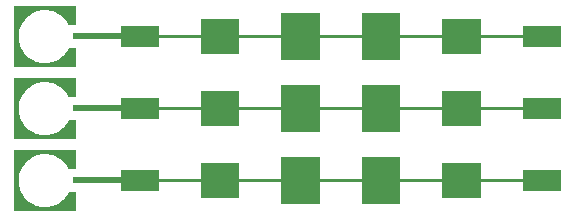
<source format=gbr>
G04 #@! TF.GenerationSoftware,KiCad,Pcbnew,(5.1.5)-3*
G04 #@! TF.CreationDate,2020-02-17T19:45:54-07:00*
G04 #@! TF.ProjectId,antenna,616e7465-6e6e-4612-9e6b-696361645f70,A*
G04 #@! TF.SameCoordinates,Original*
G04 #@! TF.FileFunction,Copper,L1,Top*
G04 #@! TF.FilePolarity,Positive*
%FSLAX46Y46*%
G04 Gerber Fmt 4.6, Leading zero omitted, Abs format (unit mm)*
G04 Created by KiCad (PCBNEW (5.1.5)-3) date 2020-02-17 19:45:54*
%MOMM*%
%LPD*%
G04 APERTURE LIST*
%ADD10C,0.100000*%
%ADD11C,0.600000*%
%ADD12R,2.000000X0.533400*%
G04 APERTURE END LIST*
G04 #@! TA.AperFunction,SMDPad,CuDef*
D10*
G36*
X121997208Y-110635160D02*
G01*
X121996270Y-110634875D01*
X121995405Y-110634413D01*
X121994647Y-110633792D01*
X121994026Y-110633034D01*
X121993564Y-110632169D01*
X121993279Y-110631231D01*
X121993183Y-110630256D01*
X121993183Y-105432303D01*
X121993279Y-105431328D01*
X121993564Y-105430390D01*
X121994026Y-105429525D01*
X121994647Y-105428767D01*
X121995405Y-105428146D01*
X121996270Y-105427684D01*
X121997208Y-105427399D01*
X121998183Y-105427303D01*
X127196136Y-105427303D01*
X127197111Y-105427399D01*
X127198049Y-105427684D01*
X127198914Y-105428146D01*
X127199672Y-105428767D01*
X127200293Y-105429525D01*
X127200755Y-105430390D01*
X127201040Y-105431328D01*
X127201136Y-105432303D01*
X127201136Y-107031673D01*
X127201040Y-107032648D01*
X127200755Y-107033586D01*
X127200293Y-107034451D01*
X127199672Y-107035209D01*
X127198914Y-107035830D01*
X127198049Y-107036292D01*
X127197111Y-107036577D01*
X127196136Y-107036673D01*
X126608176Y-107036673D01*
X126607201Y-107036577D01*
X126606263Y-107036292D01*
X126605398Y-107035830D01*
X126604640Y-107035209D01*
X126603789Y-107034072D01*
X126561483Y-106956704D01*
X126454679Y-106781519D01*
X126332061Y-106616744D01*
X126195059Y-106463643D01*
X126045169Y-106323581D01*
X125883898Y-106197936D01*
X125712724Y-106088056D01*
X125533106Y-105995287D01*
X125484926Y-105974023D01*
X125283748Y-105898761D01*
X125079702Y-105842902D01*
X124873640Y-105806460D01*
X124666521Y-105789483D01*
X124459226Y-105792008D01*
X124252715Y-105814082D01*
X124047868Y-105855758D01*
X123902764Y-105897666D01*
X123712184Y-105968205D01*
X123535086Y-106051900D01*
X123368988Y-106150265D01*
X123211405Y-106264829D01*
X123059795Y-106397178D01*
X123006074Y-106449612D01*
X122864547Y-106604119D01*
X122740734Y-106766139D01*
X122634034Y-106936782D01*
X122543867Y-107117162D01*
X122469681Y-107308354D01*
X122410904Y-107511496D01*
X122377543Y-107667297D01*
X122370361Y-107718296D01*
X122364352Y-107784830D01*
X122359649Y-107862296D01*
X122356373Y-107946055D01*
X122354638Y-108031618D01*
X122354557Y-108114353D01*
X122356246Y-108189739D01*
X122359812Y-108253144D01*
X122362231Y-108278074D01*
X122396057Y-108485346D01*
X122448172Y-108686464D01*
X122517802Y-108880445D01*
X122604159Y-109066223D01*
X122706452Y-109242728D01*
X122823893Y-109408896D01*
X122955702Y-109563675D01*
X123101082Y-109705989D01*
X123259236Y-109834771D01*
X123429401Y-109948974D01*
X123610815Y-110047548D01*
X123704455Y-110090191D01*
X123869383Y-110154422D01*
X124029669Y-110203422D01*
X124190254Y-110238201D01*
X124356119Y-110259770D01*
X124532303Y-110269127D01*
X124592154Y-110269701D01*
X124696278Y-110268541D01*
X124786509Y-110264627D01*
X124868993Y-110257307D01*
X124949870Y-110245922D01*
X125035235Y-110229811D01*
X125105761Y-110214252D01*
X125237584Y-110178074D01*
X125376632Y-110129526D01*
X125516927Y-110071165D01*
X125652368Y-110005605D01*
X125777015Y-109935385D01*
X125818871Y-109908946D01*
X125983684Y-109789654D01*
X126138487Y-109654267D01*
X126281302Y-109504936D01*
X126410151Y-109343801D01*
X126523041Y-109173005D01*
X126561387Y-109105925D01*
X126603790Y-109028485D01*
X126604343Y-109027675D01*
X126605043Y-109026989D01*
X126605864Y-109026453D01*
X126606773Y-109026087D01*
X126608176Y-109025886D01*
X127196136Y-109025886D01*
X127197111Y-109025982D01*
X127198049Y-109026267D01*
X127198914Y-109026729D01*
X127199672Y-109027350D01*
X127200293Y-109028108D01*
X127200755Y-109028973D01*
X127201040Y-109029911D01*
X127201136Y-109030886D01*
X127201136Y-110630256D01*
X127201040Y-110631231D01*
X127200755Y-110632169D01*
X127200293Y-110633034D01*
X127199672Y-110633792D01*
X127198914Y-110634413D01*
X127198049Y-110634875D01*
X127197111Y-110635160D01*
X127196136Y-110635256D01*
X121998183Y-110635256D01*
X121997208Y-110635160D01*
G37*
G04 #@! TD.AperFunction*
D11*
X126897160Y-106731280D03*
X125677160Y-105731280D03*
X123507160Y-105731280D03*
X122297160Y-106931280D03*
X122297160Y-109131280D03*
X123477160Y-110321280D03*
X125727160Y-110321280D03*
X126897160Y-109331280D03*
D12*
X127997160Y-108031280D03*
G04 #@! TA.AperFunction,SMDPad,CuDef*
D10*
G36*
X121997208Y-104539160D02*
G01*
X121996270Y-104538875D01*
X121995405Y-104538413D01*
X121994647Y-104537792D01*
X121994026Y-104537034D01*
X121993564Y-104536169D01*
X121993279Y-104535231D01*
X121993183Y-104534256D01*
X121993183Y-99336303D01*
X121993279Y-99335328D01*
X121993564Y-99334390D01*
X121994026Y-99333525D01*
X121994647Y-99332767D01*
X121995405Y-99332146D01*
X121996270Y-99331684D01*
X121997208Y-99331399D01*
X121998183Y-99331303D01*
X127196136Y-99331303D01*
X127197111Y-99331399D01*
X127198049Y-99331684D01*
X127198914Y-99332146D01*
X127199672Y-99332767D01*
X127200293Y-99333525D01*
X127200755Y-99334390D01*
X127201040Y-99335328D01*
X127201136Y-99336303D01*
X127201136Y-100935673D01*
X127201040Y-100936648D01*
X127200755Y-100937586D01*
X127200293Y-100938451D01*
X127199672Y-100939209D01*
X127198914Y-100939830D01*
X127198049Y-100940292D01*
X127197111Y-100940577D01*
X127196136Y-100940673D01*
X126608176Y-100940673D01*
X126607201Y-100940577D01*
X126606263Y-100940292D01*
X126605398Y-100939830D01*
X126604640Y-100939209D01*
X126603789Y-100938072D01*
X126561483Y-100860704D01*
X126454679Y-100685519D01*
X126332061Y-100520744D01*
X126195059Y-100367643D01*
X126045169Y-100227581D01*
X125883898Y-100101936D01*
X125712724Y-99992056D01*
X125533106Y-99899287D01*
X125484926Y-99878023D01*
X125283748Y-99802761D01*
X125079702Y-99746902D01*
X124873640Y-99710460D01*
X124666521Y-99693483D01*
X124459226Y-99696008D01*
X124252715Y-99718082D01*
X124047868Y-99759758D01*
X123902764Y-99801666D01*
X123712184Y-99872205D01*
X123535086Y-99955900D01*
X123368988Y-100054265D01*
X123211405Y-100168829D01*
X123059795Y-100301178D01*
X123006074Y-100353612D01*
X122864547Y-100508119D01*
X122740734Y-100670139D01*
X122634034Y-100840782D01*
X122543867Y-101021162D01*
X122469681Y-101212354D01*
X122410904Y-101415496D01*
X122377543Y-101571297D01*
X122370361Y-101622296D01*
X122364352Y-101688830D01*
X122359649Y-101766296D01*
X122356373Y-101850055D01*
X122354638Y-101935618D01*
X122354557Y-102018353D01*
X122356246Y-102093739D01*
X122359812Y-102157144D01*
X122362231Y-102182074D01*
X122396057Y-102389346D01*
X122448172Y-102590464D01*
X122517802Y-102784445D01*
X122604159Y-102970223D01*
X122706452Y-103146728D01*
X122823893Y-103312896D01*
X122955702Y-103467675D01*
X123101082Y-103609989D01*
X123259236Y-103738771D01*
X123429401Y-103852974D01*
X123610815Y-103951548D01*
X123704455Y-103994191D01*
X123869383Y-104058422D01*
X124029669Y-104107422D01*
X124190254Y-104142201D01*
X124356119Y-104163770D01*
X124532303Y-104173127D01*
X124592154Y-104173701D01*
X124696278Y-104172541D01*
X124786509Y-104168627D01*
X124868993Y-104161307D01*
X124949870Y-104149922D01*
X125035235Y-104133811D01*
X125105761Y-104118252D01*
X125237584Y-104082074D01*
X125376632Y-104033526D01*
X125516927Y-103975165D01*
X125652368Y-103909605D01*
X125777015Y-103839385D01*
X125818871Y-103812946D01*
X125983684Y-103693654D01*
X126138487Y-103558267D01*
X126281302Y-103408936D01*
X126410151Y-103247801D01*
X126523041Y-103077005D01*
X126561387Y-103009925D01*
X126603790Y-102932485D01*
X126604343Y-102931675D01*
X126605043Y-102930989D01*
X126605864Y-102930453D01*
X126606773Y-102930087D01*
X126608176Y-102929886D01*
X127196136Y-102929886D01*
X127197111Y-102929982D01*
X127198049Y-102930267D01*
X127198914Y-102930729D01*
X127199672Y-102931350D01*
X127200293Y-102932108D01*
X127200755Y-102932973D01*
X127201040Y-102933911D01*
X127201136Y-102934886D01*
X127201136Y-104534256D01*
X127201040Y-104535231D01*
X127200755Y-104536169D01*
X127200293Y-104537034D01*
X127199672Y-104537792D01*
X127198914Y-104538413D01*
X127198049Y-104538875D01*
X127197111Y-104539160D01*
X127196136Y-104539256D01*
X121998183Y-104539256D01*
X121997208Y-104539160D01*
G37*
G04 #@! TD.AperFunction*
D11*
X126897160Y-100635280D03*
X125677160Y-99635280D03*
X123507160Y-99635280D03*
X122297160Y-100835280D03*
X122297160Y-103035280D03*
X123477160Y-104225280D03*
X125727160Y-104225280D03*
X126897160Y-103235280D03*
D12*
X127997160Y-101935280D03*
G04 #@! TA.AperFunction,SMDPad,CuDef*
D10*
G36*
X121997208Y-98443160D02*
G01*
X121996270Y-98442875D01*
X121995405Y-98442413D01*
X121994647Y-98441792D01*
X121994026Y-98441034D01*
X121993564Y-98440169D01*
X121993279Y-98439231D01*
X121993183Y-98438256D01*
X121993183Y-93240303D01*
X121993279Y-93239328D01*
X121993564Y-93238390D01*
X121994026Y-93237525D01*
X121994647Y-93236767D01*
X121995405Y-93236146D01*
X121996270Y-93235684D01*
X121997208Y-93235399D01*
X121998183Y-93235303D01*
X127196136Y-93235303D01*
X127197111Y-93235399D01*
X127198049Y-93235684D01*
X127198914Y-93236146D01*
X127199672Y-93236767D01*
X127200293Y-93237525D01*
X127200755Y-93238390D01*
X127201040Y-93239328D01*
X127201136Y-93240303D01*
X127201136Y-94839673D01*
X127201040Y-94840648D01*
X127200755Y-94841586D01*
X127200293Y-94842451D01*
X127199672Y-94843209D01*
X127198914Y-94843830D01*
X127198049Y-94844292D01*
X127197111Y-94844577D01*
X127196136Y-94844673D01*
X126608176Y-94844673D01*
X126607201Y-94844577D01*
X126606263Y-94844292D01*
X126605398Y-94843830D01*
X126604640Y-94843209D01*
X126603789Y-94842072D01*
X126561483Y-94764704D01*
X126454679Y-94589519D01*
X126332061Y-94424744D01*
X126195059Y-94271643D01*
X126045169Y-94131581D01*
X125883898Y-94005936D01*
X125712724Y-93896056D01*
X125533106Y-93803287D01*
X125484926Y-93782023D01*
X125283748Y-93706761D01*
X125079702Y-93650902D01*
X124873640Y-93614460D01*
X124666521Y-93597483D01*
X124459226Y-93600008D01*
X124252715Y-93622082D01*
X124047868Y-93663758D01*
X123902764Y-93705666D01*
X123712184Y-93776205D01*
X123535086Y-93859900D01*
X123368988Y-93958265D01*
X123211405Y-94072829D01*
X123059795Y-94205178D01*
X123006074Y-94257612D01*
X122864547Y-94412119D01*
X122740734Y-94574139D01*
X122634034Y-94744782D01*
X122543867Y-94925162D01*
X122469681Y-95116354D01*
X122410904Y-95319496D01*
X122377543Y-95475297D01*
X122370361Y-95526296D01*
X122364352Y-95592830D01*
X122359649Y-95670296D01*
X122356373Y-95754055D01*
X122354638Y-95839618D01*
X122354557Y-95922353D01*
X122356246Y-95997739D01*
X122359812Y-96061144D01*
X122362231Y-96086074D01*
X122396057Y-96293346D01*
X122448172Y-96494464D01*
X122517802Y-96688445D01*
X122604159Y-96874223D01*
X122706452Y-97050728D01*
X122823893Y-97216896D01*
X122955702Y-97371675D01*
X123101082Y-97513989D01*
X123259236Y-97642771D01*
X123429401Y-97756974D01*
X123610815Y-97855548D01*
X123704455Y-97898191D01*
X123869383Y-97962422D01*
X124029669Y-98011422D01*
X124190254Y-98046201D01*
X124356119Y-98067770D01*
X124532303Y-98077127D01*
X124592154Y-98077701D01*
X124696278Y-98076541D01*
X124786509Y-98072627D01*
X124868993Y-98065307D01*
X124949870Y-98053922D01*
X125035235Y-98037811D01*
X125105761Y-98022252D01*
X125237584Y-97986074D01*
X125376632Y-97937526D01*
X125516927Y-97879165D01*
X125652368Y-97813605D01*
X125777015Y-97743385D01*
X125818871Y-97716946D01*
X125983684Y-97597654D01*
X126138487Y-97462267D01*
X126281302Y-97312936D01*
X126410151Y-97151801D01*
X126523041Y-96981005D01*
X126561387Y-96913925D01*
X126603790Y-96836485D01*
X126604343Y-96835675D01*
X126605043Y-96834989D01*
X126605864Y-96834453D01*
X126606773Y-96834087D01*
X126608176Y-96833886D01*
X127196136Y-96833886D01*
X127197111Y-96833982D01*
X127198049Y-96834267D01*
X127198914Y-96834729D01*
X127199672Y-96835350D01*
X127200293Y-96836108D01*
X127200755Y-96836973D01*
X127201040Y-96837911D01*
X127201136Y-96838886D01*
X127201136Y-98438256D01*
X127201040Y-98439231D01*
X127200755Y-98440169D01*
X127200293Y-98441034D01*
X127199672Y-98441792D01*
X127198914Y-98442413D01*
X127198049Y-98442875D01*
X127197111Y-98443160D01*
X127196136Y-98443256D01*
X121998183Y-98443256D01*
X121997208Y-98443160D01*
G37*
G04 #@! TD.AperFunction*
D11*
X126897160Y-94539280D03*
X125677160Y-93539280D03*
X123507160Y-93539280D03*
X122297160Y-94739280D03*
X122297160Y-96939280D03*
X123477160Y-98129280D03*
X125727160Y-98129280D03*
X126897160Y-97139280D03*
D12*
X127997160Y-95839280D03*
G04 #@! TA.AperFunction,Conductor*
D10*
G36*
X147859960Y-107906274D02*
G01*
X151415960Y-107906274D01*
X151415960Y-106031221D01*
X154667160Y-106031221D01*
X154667160Y-107906274D01*
X158223160Y-107906274D01*
X158223160Y-106531283D01*
X161474360Y-106531283D01*
X161474360Y-107906274D01*
X165030360Y-107906274D01*
X165030360Y-107131282D01*
X168281560Y-107131282D01*
X168281560Y-108931278D01*
X165030360Y-108931278D01*
X165030360Y-108156286D01*
X161474360Y-108156286D01*
X161474360Y-109531277D01*
X158223160Y-109531277D01*
X158223160Y-108156286D01*
X154667160Y-108156286D01*
X154667160Y-110031339D01*
X151415960Y-110031339D01*
X151415960Y-108156286D01*
X147859960Y-108156286D01*
X147859960Y-110031339D01*
X144608760Y-110031339D01*
X144608760Y-108156286D01*
X141052760Y-108156286D01*
X141052760Y-109531277D01*
X137801560Y-109531277D01*
X137801560Y-108156286D01*
X134245560Y-108156286D01*
X134245560Y-108931278D01*
X130994360Y-108931278D01*
X130994360Y-108285280D01*
X127743160Y-108285280D01*
X127743160Y-107777280D01*
X130994360Y-107777280D01*
X130994360Y-107131282D01*
X134245560Y-107131282D01*
X134245560Y-107906274D01*
X137801560Y-107906274D01*
X137801560Y-106531283D01*
X141052760Y-106531283D01*
X141052760Y-107906274D01*
X144608760Y-107906274D01*
X144608760Y-106031221D01*
X147859960Y-106031221D01*
X147859960Y-107906274D01*
G37*
G04 #@! TD.AperFunction*
G04 #@! TA.AperFunction,Conductor*
G36*
X147859960Y-101810274D02*
G01*
X151415960Y-101810274D01*
X151415960Y-99935221D01*
X154667160Y-99935221D01*
X154667160Y-101810274D01*
X158223160Y-101810274D01*
X158223160Y-100435283D01*
X161474360Y-100435283D01*
X161474360Y-101810274D01*
X165030360Y-101810274D01*
X165030360Y-101035282D01*
X168281560Y-101035282D01*
X168281560Y-102835278D01*
X165030360Y-102835278D01*
X165030360Y-102060286D01*
X161474360Y-102060286D01*
X161474360Y-103435277D01*
X158223160Y-103435277D01*
X158223160Y-102060286D01*
X154667160Y-102060286D01*
X154667160Y-103935339D01*
X151415960Y-103935339D01*
X151415960Y-102060286D01*
X147859960Y-102060286D01*
X147859960Y-103935339D01*
X144608760Y-103935339D01*
X144608760Y-102060286D01*
X141052760Y-102060286D01*
X141052760Y-103435277D01*
X137801560Y-103435277D01*
X137801560Y-102060286D01*
X134245560Y-102060286D01*
X134245560Y-102835278D01*
X130994360Y-102835278D01*
X130994360Y-102189280D01*
X127743160Y-102189280D01*
X127743160Y-101681280D01*
X130994360Y-101681280D01*
X130994360Y-101035282D01*
X134245560Y-101035282D01*
X134245560Y-101810274D01*
X137801560Y-101810274D01*
X137801560Y-100435283D01*
X141052760Y-100435283D01*
X141052760Y-101810274D01*
X144608760Y-101810274D01*
X144608760Y-99935221D01*
X147859960Y-99935221D01*
X147859960Y-101810274D01*
G37*
G04 #@! TD.AperFunction*
G04 #@! TA.AperFunction,Conductor*
G36*
X147859960Y-95714274D02*
G01*
X151415960Y-95714274D01*
X151415960Y-93839221D01*
X154667160Y-93839221D01*
X154667160Y-95714274D01*
X158223160Y-95714274D01*
X158223160Y-94339283D01*
X161474360Y-94339283D01*
X161474360Y-95714274D01*
X165030360Y-95714274D01*
X165030360Y-94939282D01*
X168281560Y-94939282D01*
X168281560Y-96739278D01*
X165030360Y-96739278D01*
X165030360Y-95964286D01*
X161474360Y-95964286D01*
X161474360Y-97339277D01*
X158223160Y-97339277D01*
X158223160Y-95964286D01*
X154667160Y-95964286D01*
X154667160Y-97839339D01*
X151415960Y-97839339D01*
X151415960Y-95964286D01*
X147859960Y-95964286D01*
X147859960Y-97839339D01*
X144608760Y-97839339D01*
X144608760Y-95964286D01*
X141052760Y-95964286D01*
X141052760Y-97339277D01*
X137801560Y-97339277D01*
X137801560Y-95964286D01*
X134245560Y-95964286D01*
X134245560Y-96739278D01*
X130994360Y-96739278D01*
X130994360Y-96093280D01*
X127743160Y-96093280D01*
X127743160Y-95585280D01*
X130994360Y-95585280D01*
X130994360Y-94939282D01*
X134245560Y-94939282D01*
X134245560Y-95714274D01*
X137801560Y-95714274D01*
X137801560Y-94339283D01*
X141052760Y-94339283D01*
X141052760Y-95714274D01*
X144608760Y-95714274D01*
X144608760Y-93839221D01*
X147859960Y-93839221D01*
X147859960Y-95714274D01*
G37*
G04 #@! TD.AperFunction*
M02*

</source>
